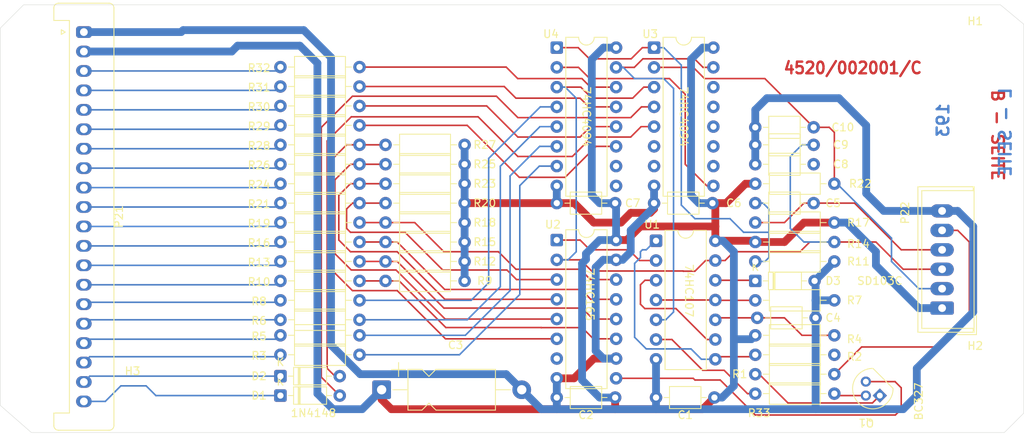
<source format=kicad_pcb>
(kicad_pcb (version 20241229) (generator "pcbnew") (generator_version "9.0")
  (layers (0 "F.Cu" signal) (2 "B.Cu" signal) (13 "F.Paste" user) (15 "B.Paste" user) (5 "F.SilkS" user "F.Silkscreen") (7 "B.SilkS" user "B.Silkscreen") (1 "F.Mask" user) (3 "B.Mask" user) (25 "Edge.Cuts" user))
  (net 0 "")
  (net 1 "GND")
  (net 2 "+5V")
  (net 4 "/cTS4")
  (net 5 "/cTS2")
  (net 6 "SVA3")
  (net 7 "SVA1")
  (net 8 "/cTS0")
  (net 9 "S0")
  (net 10 "/cTS3")
  (net 11 "SVA0")
  (net 12 "/cTS5")
  (net 13 "S1")
  (net 14 "/cTS7")
  (net 15 "SVA2")
  (net 16 "/cTS6")
  (net 17 "TZ6")
  (net 18 "S3")
  (net 19 "S2")
  (net 20 "/cTS1")
  (net 21 "TZ7")
  (net 32 "Net-(U4-QP3)")
  (net 33 "Net-(U4-QP2)")
  (net 34 "Net-(U4-QP1)")
  (net 35 "Net-(U4-QP0)")
  (net 36 "DataST")
  (net 37 "Net-(U1A-Q)")
  (net 38 "Net-(U1A-K)")
  (net 39 "EnST")
  (net 40 "nTaktST")
  (net 41 "OutST")
  (net 42 "Net-(U3-QS1)")
  (net 43 "Net-(U1B-~{Q})")
  (net 44 "Net-(U1A-~{Q})")
  (net 45 "Net-(U1B-Q)")
  (net 46 "Net-(U4-QP7)")
  (net 47 "Net-(U4-QP6)")
  (net 48 "Net-(U4-QP5)")
  (net 49 "Net-(U4-QP4)")
  (net 50 "Net-(U1B-~{R})")
  (net 51 "Net-(U2-D0)")
  (net 52 "Net-(U2-D1)")
  (net 53 "Net-(U2-D2)")
  (net 54 "Net-(U2-D3)")
  (net 55 "Net-(U2-D4)")
  (net 56 "Net-(U2-D5)")
  (net 57 "Net-(U2-D6)")
  (net 58 "Net-(U2-D7)")
  (net 59 "Net-(D1-A)")
  (net 60 "Net-(D2-A)")
  (net 61 "Net-(Q1-E)")
  (net 62 "Net-(Q1-B)")
  (net 63 "Net-(Q1-C)")
  (net 64 "Net-(U1A-J)")
  (net 65 "Net-(D3-K)")
  (footprint "Capacitor_THT:C_Axial_L3.8mm_D2.6mm_P7.50mm_Horizontal" (layer "F.Cu") (at 184.5 84)
    (property "Reference" "C9")
    (property "Value" "100nF")
  )
  (footprint "Resistor_THT:R_Axial_DIN0207_L6.3mm_D2.5mm_P10.16mm_Horizontal" (layer "F.Cu") (at 123.5 106.5)
    (property "Reference" "R6")
    (property "Value" "1k")
  )
  (footprint "Package_TO_SOT_THT:TO-92" (layer "F.Cu") (at 200.5 116.25 135)
    (property "Reference" "Q1")
    (property "Value" "BC327")
  )
  (footprint "Package_DIP:DIP-16_W7.62mm" (layer "F.Cu") (at 171.5 71.5)
    (property "Reference" "U3")
    (property "Value" "74HC4094")
  )
  (footprint "Resistor_THT:R_Axial_DIN0207_L6.3mm_D2.5mm_P10.16mm_Horizontal" (layer "F.Cu") (at 123.5 84)
    (property "Reference" "R28")
    (property "Value" "1k")
  )
  (footprint "Resistor_THT:R_Axial_DIN0207_L6.3mm_D2.5mm_P10.16mm_Horizontal" (layer "F.Cu") (at 123.5 99)
    (property "Reference" "R13")
    (property "Value" "1k")
  )
  (footprint "Resistor_THT:R_Axial_DIN0207_L6.3mm_D2.5mm_P10.16mm_Horizontal" (layer "F.Cu") (at 184.5 116)
    (property "Reference" "R33")
    (property "Value" "1k")
  )
  (footprint "Capacitor_THT:C_Axial_L3.8mm_D2.6mm_P7.50mm_Horizontal" (layer "F.Cu") (at 184.5 91.5)
    (property "Reference" "C5")
    (property "Value" "100nF")
  )
  (footprint "Resistor_THT:R_Axial_DIN0207_L6.3mm_D2.5mm_P10.16mm_Horizontal" (layer "F.Cu") (at 184.5 104)
    (property "Reference" "R7")
    (property "Value" "1k")
  )
  (footprint "Resistor_THT:R_Axial_DIN0207_L6.3mm_D2.5mm_P10.16mm_Horizontal" (layer "F.Cu") (at 137 84)
    (property "Reference" "R27")
    (property "Value" "100k")
  )
  (footprint "Resistor_THT:R_Axial_DIN0207_L6.3mm_D2.5mm_P10.16mm_Horizontal" (layer "F.Cu") (at 123.5 89)
    (property "Reference" "R24")
    (property "Value" "1k")
  )
  (footprint "Resistor_THT:R_Axial_DIN0207_L6.3mm_D2.5mm_P10.16mm_Horizontal" (layer "F.Cu") (at 184.5 94)
    (property "Reference" "R17")
    (property "Value" "470")
  )
  (footprint "Capacitor_THT:CP_Axial_L11.0mm_D5.0mm_P18.00mm_Horizontal" (layer "F.Cu") (at 136.5 115.5)
    (property "Reference" "C3")
    (property "Value" "4.7uF 63V")
  )
  (footprint "Capacitor_THT:C_Axial_L3.8mm_D2.6mm_P7.50mm_Horizontal" (layer "F.Cu") (at 159 91.5)
    (property "Reference" "C7")
    (property "Value" "100nF")
  )
  (footprint "Resistor_THT:R_Axial_DIN0207_L6.3mm_D2.5mm_P10.16mm_Horizontal" (layer "F.Cu") (at 123.5 86.5)
    (property "Reference" "R26")
    (property "Value" "1k")
  )
  (footprint "Resistor_THT:R_Axial_DIN0207_L6.3mm_D2.5mm_P10.16mm_Horizontal" (layer "F.Cu") (at 123.5 74)
    (property "Reference" "R32")
    (property "Value" "1k")
  )
  (footprint "Resistor_THT:R_Axial_DIN0207_L6.3mm_D2.5mm_P10.16mm_Horizontal" (layer "F.Cu") (at 184.5 111)
    (property "Reference" "R2")
    (property "Value" "1k")
  )
  (footprint "Resistor_THT:R_Axial_DIN0207_L6.3mm_D2.5mm_P10.16mm_Horizontal" (layer "F.Cu") (at 123.5 96.5)
    (property "Reference" "R16")
    (property "Value" "1k")
  )
  (footprint "Resistor_THT:R_Axial_DIN0207_L6.3mm_D2.5mm_P10.16mm_Horizontal" (layer "F.Cu") (at 123.5 81.5)
    (property "Reference" "R29")
    (property "Value" "1k")
  )
  (footprint "Connector_Lumberg:Lumberg_MSF_B6B-MSF-A_1x06_P2.50mm_Vertical" (layer "F.Cu") (at 208.5 105 90)
    (property "Reference" "P22")
    (property "Value" "Service-Tast.")
  )
  (footprint "Package_DIP:DIP-16_W7.62mm" (layer "F.Cu") (at 159 96.25)
    (property "Reference" "U2")
    (property "Value" "74HC165")
  )
  (footprint "Resistor_THT:R_Axial_DIN0207_L6.3mm_D2.5mm_P10.16mm_Horizontal" (layer "F.Cu") (at 137 99)
    (property "Reference" "R12")
    (property "Value" "100k")
  )
  (footprint "Resistor_THT:R_Axial_DIN0207_L6.3mm_D2.5mm_P10.16mm_Horizontal" (layer "F.Cu") (at 123.5 76.5)
    (property "Reference" "R31")
    (property "Value" "1k")
  )
  (footprint "Capacitor_THT:C_Axial_L3.8mm_D2.6mm_P7.50mm_Horizontal" (layer "F.Cu") (at 171.5 91.5)
    (property "Reference" "C6")
    (property "Value" "100nF")
  )
  (footprint "Resistor_THT:R_Axial_DIN0207_L6.3mm_D2.5mm_P10.16mm_Horizontal" (layer "F.Cu") (at 123.5 94)
    (property "Reference" "R19")
    (property "Value" "1k")
  )
  (footprint "Resistor_THT:R_Axial_DIN0207_L6.3mm_D2.5mm_P10.16mm_Horizontal" (layer "F.Cu") (at 137 101.5)
    (property "Reference" "R9")
    (property "Value" "100k")
  )
  (footprint "Capacitor_THT:C_Axial_L3.8mm_D2.6mm_P7.50mm_Horizontal" (layer "F.Cu") (at 171.75 116.5)
    (property "Reference" "C1")
    (property "Value" "100nF")
  )
  (footprint "Capacitor_THT:C_Axial_L3.8mm_D2.6mm_P7.50mm_Horizontal" (layer "F.Cu") (at 184.5 81.75)
    (property "Reference" "C10")
    (property "Value" "100nF")
  )
  (footprint "Diode_THT:D_DO-35_SOD27_P7.62mm_Horizontal" (layer "F.Cu") (at 123.5 116.25)
    (property "Reference" "D1")
    (property "Value" "1N4148")
  )
  (footprint "Resistor_THT:R_Axial_DIN0207_L6.3mm_D2.5mm_P10.16mm_Horizontal" (layer "F.Cu") (at 184.5 108.5)
    (property "Reference" "R4")
    (property "Value" "1k")
  )
  (footprint "Connector_Stocko:Stocko_MKS_1670-6-0-2020_1x20_P2.50mm_Vertical" (layer "F.Cu") (at 98.25 69.5 -90)
    (property "Reference" "P21")
    (property "Value" "Conn_01x20_Male")
  )
  (footprint "Resistor_THT:R_Axial_DIN0207_L6.3mm_D2.5mm_P10.16mm_Horizontal" (layer "F.Cu") (at 184.5 113.5)
    (property "Reference" "R1")
    (property "Value" "47")
  )
  (footprint "Resistor_THT:R_Axial_DIN0207_L6.3mm_D2.5mm_P10.16mm_Horizontal" (layer "F.Cu") (at 184.5 99)
    (property "Reference" "R11")
    (property "Value" "1k")
  )
  (footprint "Capacitor_THT:C_Axial_L3.8mm_D2.6mm_P7.50mm_Horizontal" (layer "F.Cu") (at 184.5 86.5)
    (property "Reference" "C8")
    (property "Value" "100nF")
  )
  (footprint "Resistor_THT:R_Axial_DIN0207_L6.3mm_D2.5mm_P10.16mm_Horizontal" (layer "F.Cu") (at 123.5 104)
    (property "Reference" "R8")
    (property "Value" "1k")
  )
  (footprint "Capacitor_THT:C_Axial_L3.8mm_D2.6mm_P7.50mm_Horizontal" (layer "F.Cu") (at 159 116.5)
    (property "Reference" "C2")
    (property "Value" "100nF")
  )
  (footprint "Package_DIP:DIP-14_W7.62mm" (layer "F.Cu") (at 171.75 96.34)
    (property "Reference" "U1")
    (property "Value" "74HC107")
  )
  (footprint "MountingHole:MountingHole_3.2mm_M3" (layer "F.Cu") (at 104.5 117.25)
    (property "Reference" "H3")
    (property "Value" "MountingHole")
  )
  (footprint "Resistor_THT:R_Axial_DIN0207_L6.3mm_D2.5mm_P10.16mm_Horizontal" (layer "F.Cu") (at 137 89)
    (property "Reference" "R23")
    (property "Value" "100k")
  )
  (footprint "Resistor_THT:R_Axial_DIN0207_L6.3mm_D2.5mm_P10.16mm_Horizontal" (layer "F.Cu") (at 137 94)
    (property "Reference" "R18")
    (property "Value" "100k")
  )
  (footprint "Resistor_THT:R_Axial_DIN0207_L6.3mm_D2.5mm_P10.16mm_Horizontal" (layer "F.Cu") (at 137 86.5)
    (property "Reference" "R25")
    (property "Value" "100k")
  )
  (footprint "Resistor_THT:R_Axial_DIN0207_L6.3mm_D2.5mm_P10.16mm_Horizontal" (layer "F.Cu") (at 123.5 101.5)
    (property "Reference" "R10")
    (property "Value" "1k")
  )
  (footprint "Diode_THT:D_DO-35_SOD27_P7.62mm_Horizontal" (layer "F.Cu") (at 123.5 113.75)
    (property "Reference" "D2")
    (property "Value" "1N4148")
  )
  (footprint "Capacitor_THT:C_Axial_L3.8mm_D2.6mm_P7.50mm_Horizontal" (layer "F.Cu") (at 192.25 106.25 180)
    (property "Reference" "C4")
    (property "Value" "100nF")
  )
  (footprint "MountingHole:MountingHole_3.2mm_M3" (layer "F.Cu") (at 212.75 72.25)
    (property "Reference" "H1")
    (property "Value" "MountingHole")
  )
  (footprint "Resistor_THT:R_Axial_DIN0207_L6.3mm_D2.5mm_P10.16mm_Horizontal" (layer "F.Cu") (at 123.5 111)
    (property "Reference" "R3")
    (property "Value" "1k")
  )
  (footprint "Diode_THT:D_DO-35_SOD27_P7.62mm_Horizontal" (layer "F.Cu") (at 184.5 101.5)
    (property "Reference" "D3")
    (property "Value" "SD103C")
  )
  (footprint "Package_DIP:DIP-16_W7.62mm" (layer "F.Cu") (at 159 71.5)
    (property "Reference" "U4")
    (property "Value" "74HC4094")
  )
  (footprint "Resistor_THT:R_Axial_DIN0207_L6.3mm_D2.5mm_P10.16mm_Horizontal" (layer "F.Cu") (at 123.5 91.5)
    (property "Reference" "R21")
    (property "Value" "1k")
  )
  (footprint "Resistor_THT:R_Axial_DIN0207_L6.3mm_D2.5mm_P10.16mm_Horizontal" (layer "F.Cu") (at 184.5 96.5)
    (property "Reference" "R14")
    (property "Value" "470")
  )
  (footprint "Resistor_THT:R_Axial_DIN0207_L6.3mm_D2.5mm_P10.16mm_Horizontal" (layer "F.Cu") (at 137 91.5)
    (property "Reference" "R20")
    (property "Value" "100k")
  )
  (footprint "Resistor_THT:R_Axial_DIN0207_L6.3mm_D2.5mm_P10.16mm_Horizontal" (layer "F.Cu") (at 123.5 79)
    (property "Reference" "R30")
    (property "Value" "1k")
  )
  (footprint "Resistor_THT:R_Axial_DIN0207_L6.3mm_D2.5mm_P10.16mm_Horizontal" (layer "F.Cu") (at 123.5 108.5)
    (property "Reference" "R5")
    (property "Value" "1k")
  )
  (footprint "Resistor_THT:R_Axial_DIN0207_L6.3mm_D2.5mm_P10.16mm_Horizontal" (layer "F.Cu") (at 184.5 89)
    (property "Reference" "R22")
    (property "Value" "470")
  )
  (footprint "Resistor_THT:R_Axial_DIN0207_L6.3mm_D2.5mm_P10.16mm_Horizontal" (layer "F.Cu") (at 137 96.5)
    (property "Reference" "R15")
    (property "Value" "100k")
  )
  (footprint "MountingHole:MountingHole_3.2mm_M3" (layer "F.Cu") (at 212.75 114)
    (property "Reference" "H2")
    (property "Value" "MountingHole")
  )
  (gr_poly (pts (xy 90.5 66) (xy 216 66) (xy 219 68.5) (xy 219 118.5) (xy 216.5 121) (xy 91.5 121) (xy 87.5 117.5) (xy 87.5 69)) (stroke (width 0.05)) (fill no) (layer "Edge.Cuts"))
  (gr_text "4520/002001/C" (at 188 75 0) (layer "F.Cu") (effects (font (size 1.5 1.4) (thickness 0.3) (bold yes)) (justify left bottom)))
  (gr_text "B - SEITE" (at 214.75 76.75 270) (layer "F.Cu") (effects (font (size 1.5 1.5) (thickness 0.3) (bold yes)) (justify left bottom)))
  (gr_text "L - SEITE" (at 217.5 76.5 90) (layer "B.Cu") (effects (font (size 1.5 1.5) (thickness 0.3) (bold yes)) (justify left bottom mirror)))
  (gr_text "193" (at 209.5 78.5 90) (layer "B.Cu") (effects (font (size 1.5 1.5) (thickness 0.3) (bold yes)) (justify left bottom mirror)))
  (segment (start 159 114.03) (end 161.22 114.03) (width 1) (layer "F.Cu") (net 1))
  (segment (start 161.22 114.03) (end 163.76 111.49) (width 1) (layer "F.Cu") (net 1))
  (segment (start 161.25 91.5) (end 163.75 94) (width 1) (layer "F.Cu") (net 1))
  (segment (start 163.76 111.49) (end 166.62 111.49) (width 1) (layer "F.Cu") (net 1))
  (segment (start 147.16 91.5) (end 159 91.5) (width 1) (layer "F.Cu") (net 1))
  (segment (start 167.25 94) (end 168.5 92.75) (width 1) (layer "F.Cu") (net 1))
  (segment (start 171 92.75) (end 171.5 92.25) (width 1) (layer "F.Cu") (net 1))
  (segment (start 159 91.5) (end 161.25 91.5) (width 1) (layer "F.Cu") (net 1))
  (segment (start 171.5 92.25) (end 171.5 91.5) (width 1) (layer "F.Cu") (net 1))
  (segment (start 168.5 92.75) (end 171 92.75) (width 1) (layer "F.Cu") (net 1))
  (segment (start 163.75 94) (end 167.25 94) (width 1) (layer "F.Cu") (net 1))
  (segment (start 154.5 115.5) (end 152.5 113.5) (width 1) (layer "B.Cu") (net 1))
  (segment (start 194.66 104) (end 192.25 104) (width 1) (layer "B.Cu") (net 1))
  (segment (start 159 91.5) (end 159 89.28) (width 1) (layer "B.Cu") (net 1))
  (segment (start 152.5 113.5) (end 133.75 113.5) (width 1) (layer "B.Cu") (net 1))
  (segment (start 147.16 101.5) (end 147.16 84) (width 1) (layer "B.Cu") (net 1))
  (segment (start 192.25 101.41) (end 194.66 99) (width 1) (layer "B.Cu") (net 1))
  (segment (start 168.5 97.75) (end 168.5 95) (width 1) (layer "B.Cu") (net 1))
  (segment (start 130 109.75) (end 130 72.75) (width 1) (layer "B.Cu") (net 1))
  (segment (start 198.75 90.25) (end 201 92.5) (width 1) (layer "B.Cu") (net 1))
  (segment (start 164 110.5) (end 164 99.75) (width 1) (layer "B.Cu") (net 1))
  (segment (start 212.5 105.5) (end 212.5 94.5) (width 1) (layer "B.Cu") (net 1))
  (segment (start 186 78) (end 195.25 78) (width 1) (layer "B.Cu") (net 1))
  (segment (start 133.75 113.5) (end 130 109.75) (width 1) (layer "B.Cu") (net 1))
  (segment (start 205.25 116.25) (end 205.25 112.75) (width 1) (layer "B.Cu") (net 1))
  (segment (start 126.5 69.25) (end 111 69.25) (width 1) (layer "B.Cu") (net 1))
  (segment (start 184.5 86.5) (end 184.5 79.5) (width 1) (layer "B.Cu") (net 1))
  (segment (start 201 92.5) (end 208.5 92.5) (width 1) (layer "B.Cu") (net 1))
  (segment (start 198.75 81.5) (end 198.75 90.25) (width 1) (layer "B.Cu") (net 1))
  (segment (start 192.25 118) (end 203.5 118) (width 1) (layer "B.Cu") (net 1))
  (segment (start 166.62 98.79) (end 167.46 98.79) (width 1) (layer "B.Cu") (net 1))
  (segment (start 210.5 92.5) (end 208.5 92.5) (width 1) (layer "B.Cu") (net 1))
  (segment (start 166.62 111.49) (end 164.99 111.49) (width 1) (layer "B.Cu") (net 1))
  (segment (start 164.99 111.49) (end 164 110.5) (width 1) (layer "B.Cu") (net 1))
  (segment (start 154.5 115.5) (end 157 118) (width 1) (layer "B.Cu") (net 1))
  (segment (start 212.5 94.5) (end 210.5 92.5) (width 1) (layer "B.Cu") (net 1))
  (segment (start 171.5 92) (end 171.5 89.28) (width 1) (layer "B.Cu") (net 1))
  (segment (start 159 118) (end 171.75 118) (width 1) (layer "B.Cu") (net 1))
  (segment (start 171.75 118) (end 171.75 111.58) (width 1) (layer "B.Cu") (net 1))
  (segment (start 184.5 79.5) (end 186 78) (width 1) (layer "B.Cu") (net 1))
  (segment (start 157 118) (end 159 118) (width 1) (layer "B.Cu") (net 1))
  (segment (start 203.5 118) (end 205.25 116.25) (width 1) (layer "B.Cu") (net 1))
  (segment (start 205.25 112.75) (end 212.5 105.5) (width 1) (layer "B.Cu") (net 1))
  (segment (start 164.96 98.79) (end 166.62 98.79) (width 1) (layer "B.Cu") (net 1))
  (segment (start 167.46 98.79) (end 168.5 97.75) (width 1) (layer "B.Cu") (net 1))
  (segment (start 195.25 78) (end 198.75 81.5) (width 1) (layer "B.Cu") (net 1))
  (segment (start 111 69.25) (end 110.75 69.5) (width 1) (layer "B.Cu") (net 1))
  (segment (start 192.25 118) (end 192.25 104) (width 1) (layer "B.Cu") (net 1))
  (segment (start 164 99.75) (end 164.96 98.79) (width 1) (layer "B.Cu") (net 1))
  (segment (start 159 118) (end 159 114.03) (width 1) (layer "B.Cu") (net 1))
  (segment (start 192.25 104) (end 192.25 101.41) (width 1) (layer "B.Cu") (net 1))
  (segment (start 130 72.75) (end 126.5 69.25) (width 1) (layer "B.Cu") (net 1))
  (segment (start 168.5 95) (end 171.5 92) (width 1) (layer "B.Cu") (net 1))
  (segment (start 171.75 118) (end 192.25 118) (width 1) (layer "B.Cu") (net 1))
  (segment (start 110.75 69.5) (end 98.25 69.5) (width 1) (layer "B.Cu") (net 1))
  (segment (start 166.62 96.25) (end 168 96.25) (width 1) (layer "F.Cu") (net 2))
  (segment (start 179.37 96.34) (end 184.34 96.34) (width 1) (layer "F.Cu") (net 2))
  (segment (start 137.751 118.001) (end 166.5 118.001) (width 1) (layer "F.Cu") (net 2))
  (segment (start 194.66 94) (end 190.75 94) (width 1) (layer "F.Cu") (net 2))
  (segment (start 136.5 116.75) (end 137.751 118.001) (width 1) (layer "F.Cu") (net 2))
  (segment (start 190.75 94) (end 188.25 96.5) (width 1) (layer "F.Cu") (net 2))
  (segment (start 166.5 118.001) (end 177.749 118.001) (width 1) (layer "F.Cu") (net 2))
  (segment (start 184.34 96.34) (end 184.5 96.5) (width 1) (layer "F.Cu") (net 2))
  (segment (start 180.75 91.5) (end 179 91.5) (width 1) (layer "F.Cu") (net 2))
  (segment (start 179.37 94.5) (end 179.37 91.87) (width 1) (layer "F.Cu") (net 2))
  (segment (start 184.5 89) (end 183.25 89) (width 1) (layer "F.Cu") (net 2))
  (segment (start 136.5 115.5) (end 136.5 116.75) (width 1) (layer "F.Cu") (net 2))
  (segment (start 169.75 94.5) (end 179.37 94.5) (width 1) (layer "F.Cu") (net 2))
  (segment (start 166.5 118.001) (end 166.5 116.5) (width 1) (layer "F.Cu") (net 2))
  (segment (start 188.25 96.5) (end 184.5 96.5) (width 1) (layer "F.Cu") (net 2))
  (segment (start 177.749 118.001) (end 179.25 116.5) (width 1) (layer "F.Cu") (net 2))
  (segment (start 183.25 89) (end 180.75 91.5) (width 1) (layer "F.Cu") (net 2))
  (segment (start 179.37 96.34) (end 179.37 94.5) (width 1) (layer "F.Cu") (net 2))
  (segment (start 179.37 91.87) (end 179 91.5) (width 1) (layer "F.Cu") (net 2))
  (segment (start 168 96.25) (end 169.75 94.5) (width 1) (layer "F.Cu") (net 2))
  (segment (start 134 118) (end 130.25 118) (width 1) (layer "B.Cu") (net 2))
  (segment (start 181.75 109) (end 184 109) (width 1) (layer "B.Cu") (net 2))
  (segment (start 177.25 91.5) (end 176.25 90.5) (width 1) (layer "B.Cu") (net 2))
  (segment (start 180.34 96.34) (end 179.37 96.34) (width 1) (layer "B.Cu") (net 2))
  (segment (start 166.62 96.25) (end 166.62 91.62) (width 1) (layer "B.Cu") (net 2))
  (segment (start 200 97.75) (end 196.25 94) (width 1) (layer "B.Cu") (net 2))
  (segment (start 130.25 118) (end 128.25 116) (width 1) (layer "B.Cu") (net 2))
  (segment (start 164.5 96.25) (end 166.62 96.25) (width 1) (layer "B.Cu") (net 2))
  (segment (start 118 71.25) (end 117.25 72) (width 1) (layer "B.Cu") (net 2))
  (segment (start 166.62 91.62) (end 166.5 91.5) (width 1) (layer "B.Cu") (net 2))
  (segment (start 196.25 94) (end 194.66 94) (width 1) (layer "B.Cu") (net 2))
  (segment (start 117.25 72) (end 98.25 72) (width 1) (layer "B.Cu") (net 2))
  (segment (start 164.5 91.5) (end 163.5 90.5) (width 1) (layer "B.Cu") (net 2))
  (segment (start 164.5 116.5) (end 162.25 114.25) (width 1) (layer "B.Cu") (net 2))
  (segment (start 166.5 116.5) (end 164.5 116.5) (width 1) (layer "B.Cu") (net 2))
  (segment (start 163.5 90.5) (end 163.5 73) (width 1) (layer "B.Cu") (net 2))
  (segment (start 136.5 115.5) (end 134 118) (width 1) (layer "B.Cu") (net 2))
  (segment (start 208.5 105) (end 205.5 105) (width 1) (layer "B.Cu") (net 2))
  (segment (start 166.5 91.5) (end 164.5 91.5) (width 1) (layer "B.Cu") (net 2))
  (segment (start 177.75 71.5) (end 179.12 71.5) (width 1) (layer "B.Cu") (net 2))
  (segment (start 162.25 114.25) (end 162.25 99.25) (width 1) (layer "B.Cu") (net 2))
  (segment (start 180.25 116.5) (end 181.75 115) (width 1) (layer "B.Cu") (net 2))
  (segment (start 126 71.25) (end 118 71.25) (width 1) (layer "B.Cu") (net 2))
  (segment (start 176.25 90.5) (end 176.25 73) (width 1) (layer "B.Cu") (net 2))
  (segment (start 181.75 115) (end 181.75 109) (width 1) (layer "B.Cu") (net 2))
  (segment (start 179.25 116.5) (end 180.25 116.5) (width 1) (layer "B.Cu") (net 2))
  (segment (start 179 91.5) (end 177.25 91.5) (width 1) (layer "B.Cu") (net 2))
  (segment (start 163.5 73) (end 165 71.5) (width 1) (layer "B.Cu") (net 2))
  (segment (start 184 109) (end 184.5 108.5) (width 1) (layer "B.Cu") (net 2))
  (segment (start 181.75 109) (end 181.75 97.75) (width 1) (layer "B.Cu") (net 2))
  (segment (start 176.25 73) (end 177.75 71.5) (width 1) (layer "B.Cu") (net 2))
  (segment (start 162.75 98.75) (end 162.75 98) (width 1) (layer "B.Cu") (net 2))
  (segment (start 162.75 98) (end 164.5 96.25) (width 1) (layer "B.Cu") (net 2))
  (segment (start 128.25 116) (end 128.25 73.5) (width 1) (layer "B.Cu") (net 2))
  (segment (start 165 71.5) (end 166.62 71.5) (width 1) (layer "B.Cu") (net 2))
  (segment (start 181.75 97.75) (end 180.34 96.34) (width 1) (layer "B.Cu") (net 2))
  (segment (start 200 99.5) (end 200 97.75) (width 1) (layer "B.Cu") (net 2))
  (segment (start 205.5 105) (end 200 99.5) (width 1) (layer "B.Cu") (net 2))
  (segment (start 128.25 73.5) (end 126 71.25) (width 1) (layer "B.Cu") (net 2))
  (segment (start 162.25 99.25) (end 162.75 98.75) (width 1) (layer "B.Cu") (net 2))
  (segment (start 98.25 94.5) (end 123 94.5) (width 0.2) (layer "B.Cu") (net 4))
  (segment (start 123 94.5) (end 123.5 94) (width 0.2) (layer "B.Cu") (net 4))
  (segment (start 98.25 89.5) (end 123 89.5) (width 0.2) (layer "B.Cu") (net 5))
  (segment (start 123 89.5) (end 123.5 89) (width 0.2) (layer "B.Cu") (net 5))
  (segment (start 98.25 112) (end 99 111.25) (width 0.2) (layer "B.Cu") (net 6))
  (segment (start 99 111.25) (end 123.25 111.25) (width 0.2) (layer "B.Cu") (net 6))
  (segment (start 123.25 111.25) (end 123.5 111) (width 0.2) (layer "B.Cu") (net 6))
  (segment (start 98.25 107) (end 98.75 106.5) (width 0.2) (layer "B.Cu") (net 7))
  (segment (start 98.75 106.5) (end 123.5 106.5) (width 0.2) (layer "B.Cu") (net 7))
  (segment (start 123 84.5) (end 123.5 84) (width 0.2) (layer "B.Cu") (net 8))
  (segment (start 98.25 84.5) (end 123 84.5) (width 0.2) (layer "B.Cu") (net 8))
  (segment (start 98.25 74.5) (end 123 74.5) (width 0.2) (layer "B.Cu") (net 9))
  (segment (start 123 74.5) (end 123.5 74) (width 0.2) (layer "B.Cu") (net 9))
  (segment (start 98.25 92) (end 123 92) (width 0.2) (layer "B.Cu") (net 10))
  (segment (start 123 92) (end 123.5 91.5) (width 0.2) (layer "B.Cu") (net 10))
  (segment (start 98.5 104.25) (end 123.25 104.25) (width 0.2) (layer "B.Cu") (net 11))
  (segment (start 98.25 104.5) (end 98.5 104.25) (width 0.2) (layer "B.Cu") (net 11))
  (segment (start 123.25 104.25) (end 123.5 104) (width 0.2) (layer "B.Cu") (net 11))
  (segment (start 98.25 97) (end 123 97) (width 0.2) (layer "B.Cu") (net 12))
  (segment (start 123 97) (end 123.5 96.5) (width 0.2) (layer "B.Cu") (net 12))
  (segment (start 123 77) (end 123.5 76.5) (width 0.2) (layer "B.Cu") (net 13))
  (segment (start 98.25 77) (end 123 77) (width 0.2) (layer "B.Cu") (net 13))
  (segment (start 123 102) (end 123.5 101.5) (width 0.2) (layer "B.Cu") (net 14))
  (segment (start 98.25 102) (end 123 102) (width 0.2) (layer "B.Cu") (net 14))
  (segment (start 98.25 109.5) (end 98.75 109) (width 0.2) (layer "B.Cu") (net 15))
  (segment (start 98.75 109) (end 123 109) (width 0.2) (layer "B.Cu") (net 15))
  (segment (start 123 109) (end 123.5 108.5) (width 0.2) (layer "B.Cu") (net 15))
  (segment (start 98.25 99.5) (end 123 99.5) (width 0.2) (layer "B.Cu") (net 16))
  (segment (start 123 99.5) (end 123.5 99) (width 0.2) (layer "B.Cu") (net 16))
  (segment (start 98.25 114.5) (end 99 113.75) (width 0.2) (layer "B.Cu") (net 17))
  (segment (start 99 113.75) (end 123.5 113.75) (width 0.2) (layer "B.Cu") (net 17))
  (segment (start 98.25 82) (end 123 82) (width 0.2) (layer "B.Cu") (net 18))
  (segment (start 123 82) (end 123.5 81.5) (width 0.2) (layer "B.Cu") (net 18))
  (segment (start 123 79.5) (end 123.5 79) (width 0.2) (layer "B.Cu") (net 19))
  (segment (start 98.25 79.5) (end 123 79.5) (width 0.2) (layer "B.Cu") (net 19))
  (segment (start 123 87) (end 123.5 86.5) (width 0.2) (layer "B.Cu") (net 20))
  (segment (start 98.25 87) (end 123 87) (width 0.2) (layer "B.Cu") (net 20))
  (segment (start 106.25 115) (end 107.5 116.25) (width 0.2) (layer "B.Cu") (net 21))
  (segment (start 107.5 116.25) (end 123.5 116.25) (width 0.2) (layer "B.Cu") (net 21))
  (segment (start 101 117) (end 103 115) (width 0.2) (layer "B.Cu") (net 21))
  (segment (start 103 115) (end 106.25 115) (width 0.2) (layer "B.Cu") (net 21))
  (segment (start 98.25 117) (end 101 117) (width 0.2) (layer "B.Cu") (net 21))
  (segment (start 154.25 89.25) (end 156.76 86.74) (width 0.2) (layer "B.Cu") (net 32))
  (segment (start 133.66 111) (end 146.5 111) (width 0.2) (layer "B.Cu") (net 32))
  (segment (start 156.76 86.74) (end 159 86.74) (width 0.2) (layer "B.Cu") (net 32))
  (segment (start 146.5 111) (end 154.25 103.25) (width 0.2) (layer "B.Cu") (net 32))
  (segment (start 154.25 103.25) (end 154.25 89.25) (width 0.2) (layer "B.Cu") (net 32))
  (segment (start 147.25 108.5) (end 153 102.75) (width 0.2) (layer "B.Cu") (net 33))
  (segment (start 153 88) (end 156.8 84.2) (width 0.2) (layer "B.Cu") (net 33))
  (segment (start 156.8 84.2) (end 159 84.2) (width 0.2) (layer "B.Cu") (net 33))
  (segment (start 153 102.75) (end 153 88) (width 0.2) (layer "B.Cu") (net 33))
  (segment (start 133.66 108.5) (end 147.25 108.5) (width 0.2) (layer "B.Cu") (net 33))
  (segment (start 151.75 86.75) (end 156.84 81.66) (width 0.2) (layer "B.Cu") (net 34))
  (segment (start 151.75 102.25) (end 151.75 86.75) (width 0.2) (layer "B.Cu") (net 34))
  (segment (start 133.66 106.5) (end 147.5 106.5) (width 0.2) (layer "B.Cu") (net 34))
  (segment (start 156.84 81.66) (end 159 81.66) (width 0.2) (layer "B.Cu") (net 34))
  (segment (start 147.5 106.5) (end 151.75 102.25) (width 0.2) (layer "B.Cu") (net 34))
  (segment (start 148 104) (end 150.25 101.75) (width 0.2) (layer "B.Cu") (net 35))
  (segment (start 133.66 104) (end 148 104) (width 0.2) (layer "B.Cu") (net 35))
  (segment (start 150.25 85.75) (end 156.88 79.12) (width 0.2) (layer "B.Cu") (net 35))
  (segment (start 150.25 101.75) (end 150.25 85.75) (width 0.2) (layer "B.Cu") (net 35))
  (segment (start 156.88 79.12) (end 159 79.12) (width 0.2) (layer "B.Cu") (net 35))
  (segment (start 177.979 75.479) (end 185.729 75.479) (width 0.2) (layer "F.Cu") (net 36))
  (segment (start 194 81.75) (end 194.66 82.41) (width 0.2) (layer "F.Cu") (net 36))
  (segment (start 192 81.75) (end 194 81.75) (width 0.2) (layer "F.Cu") (net 36))
  (segment (start 185.729 75.479) (end 192 81.75) (width 0.2) (layer "F.Cu") (net 36))
  (segment (start 171.5 74.04) (end 176.54 74.04) (width 0.2) (layer "F.Cu") (net 36))
  (segment (start 194.66 82.41) (end 194.66 89) (width 0.2) (layer "F.Cu") (net 36))
  (segment (start 176.54 74.04) (end 177.979 75.479) (width 0.2) (layer "F.Cu") (net 36))
  (segment (start 195 89) (end 194.66 89) (width 0.2) (layer "B.Cu") (net 36))
  (segment (start 202 99) (end 202 96) (width 0.2) (layer "B.Cu") (net 36))
  (segment (start 205.5 102.5) (end 202 99) (width 0.2) (layer "B.Cu") (net 36))
  (segment (start 208.5 102.5) (end 205.5 102.5) (width 0.2) (layer "B.Cu") (net 36))
  (segment (start 202 96) (end 195 89) (width 0.2) (layer "B.Cu") (net 36))
  (segment (start 170.311 105.061) (end 174.311 105.061) (width 0.2) (layer "F.Cu") (net 37))
  (segment (start 174.311 105.061) (end 178.29 109.04) (width 0.2) (layer "F.Cu") (net 37))
  (segment (start 171.75 101.42) (end 170.33 101.42) (width 0.2) (layer "F.Cu") (net 37))
  (segment (start 169.75 104.5) (end 170.311 105.061) (width 0.2) (layer "F.Cu") (net 37))
  (segment (start 169.75 102) (end 169.75 104.5) (width 0.2) (layer "F.Cu") (net 37))
  (segment (start 178.29 109.04) (end 179.37 109.04) (width 0.2) (layer "F.Cu") (net 37))
  (segment (start 170.33 101.42) (end 169.75 102) (width 0.2) (layer "F.Cu") (net 37))
  (segment (start 179.41 104) (end 179.37 103.96) (width 0.2) (layer "F.Cu") (net 38))
  (segment (start 171.75 103.96) (end 179.37 103.96) (width 0.2) (layer "F.Cu") (net 38))
  (segment (start 184.5 104) (end 179.41 104) (width 0.2) (layer "F.Cu") (net 38))
  (segment (start 188.25 94) (end 190.75 91.5) (width 0.2) (layer "F.Cu") (net 39))
  (segment (start 197.25 91.5) (end 192 91.5) (width 0.2) (layer "F.Cu") (net 39))
  (segment (start 184.5 94) (end 188.25 94) (width 0.2) (layer "F.Cu") (net 39))
  (segment (start 190.75 91.5) (end 192 91.5) (width 0.2) (layer "F.Cu") (net 39))
  (segment (start 208.5 97.5) (end 203.25 97.5) (width 0.2) (layer "F.Cu") (net 39))
  (segment (start 203.25 97.5) (end 197.25 91.5) (width 0.2) (layer "F.Cu") (net 39))
  (segment (start 190.25 97.75) (end 191.5 96.5) (width 0.2) (layer "F.Cu") (net 40))
  (segment (start 162.08 76.58) (end 163.5 78) (width 0.2) (layer "F.Cu") (net 40))
  (segment (start 181.75 97.75) (end 190.25 97.75) (width 0.2) (layer "F.Cu") (net 40))
  (segment (start 162.04 98.79) (end 159 98.79) (width 0.2) (layer "F.Cu") (net 40))
  (segment (start 179.37 98.88) (end 178.12 98.88) (width 0.2) (layer "F.Cu") (net 40))
  (segment (start 178.12 98.88) (end 176.75 100.25) (width 0.2) (layer "F.Cu") (net 40))
  (segment (start 168.75 78) (end 170.17 76.58) (width 0.2) (layer "F.Cu") (net 40))
  (segment (start 163.479 100.229) (end 162.04 98.79) (width 0.2) (layer "F.Cu") (net 40))
  (segment (start 203.5 100) (end 200 96.5) (width 0.2) (layer "F.Cu") (net 40))
  (segment (start 191.5 96.5) (end 194.66 96.5) (width 0.2) (layer "F.Cu") (net 40))
  (segment (start 208.5 100) (end 203.5 100) (width 0.2) (layer "F.Cu") (net 40))
  (segment (start 200 96.5) (end 194.66 96.5) (width 0.2) (layer "F.Cu") (net 40))
  (segment (start 175.229 100.229) (end 163.479 100.229) (width 0.2) (layer "F.Cu") (net 40))
  (segment (start 163.5 78) (end 168.75 78) (width 0.2) (layer "F.Cu") (net 40))
  (segment (start 175.25 100.25) (end 175.229 100.229) (width 0.2) (layer "F.Cu") (net 40))
  (segment (start 159 76.58) (end 162.08 76.58) (width 0.2) (layer "F.Cu") (net 40))
  (segment (start 176.75 100.25) (end 175.25 100.25) (width 0.2) (layer "F.Cu") (net 40))
  (segment (start 180.62 98.88) (end 181.75 97.75) (width 0.2) (layer "F.Cu") (net 40))
  (segment (start 179.37 98.88) (end 180.62 98.88) (width 0.2) (layer "F.Cu") (net 40))
  (segment (start 170.17 76.58) (end 171.5 76.58) (width 0.2) (layer "F.Cu") (net 40))
  (segment (start 189 85.5) (end 189 94.75) (width 0.2) (layer "B.Cu") (net 40))
  (segment (start 159 76.58) (end 160.08 76.58) (width 0.2) (layer "B.Cu") (net 40))
  (segment (start 190.5 84) (end 189 85.5) (width 0.2) (layer "B.Cu") (net 40))
  (segment (start 161.5 78) (end 161.5 97.75) (width 0.2) (layer "B.Cu") (net 40))
  (segment (start 189 94.75) (end 190.75 96.5) (width 0.2) (layer "B.Cu") (net 40))
  (segment (start 160.46 98.79) (end 159 98.79) (width 0.2) (layer "B.Cu") (net 40))
  (segment (start 161.5 97.75) (end 160.46 98.79) (width 0.2) (layer "B.Cu") (net 40))
  (segment (start 190.75 96.5) (end 194.66 96.5) (width 0.2) (layer "B.Cu") (net 40))
  (segment (start 160.08 76.58) (end 161.5 78) (width 0.2) (layer "B.Cu") (net 40))
  (segment (start 192 84) (end 190.5 84) (width 0.2) (layer "B.Cu") (net 40))
  (segment (start 194.66 113.5) (end 198.16 110) (width 0.2) (layer "F.Cu") (net 41))
  (segment (start 198.16 110) (end 207.75 110) (width 0.2) (layer "F.Cu") (net 41))
  (segment (start 210.5 95) (end 208.5 95) (width 0.2) (layer "F.Cu") (net 41))
  (segment (start 212 105.75) (end 212 96.5) (width 0.2) (layer "F.Cu") (net 41))
  (segment (start 212 96.5) (end 210.5 95) (width 0.2) (layer "F.Cu") (net 41))
  (segment (start 207.75 110) (end 212 105.75) (width 0.2) (layer "F.Cu") (net 41))
  (segment (start 175.5 86.5) (end 175.5 77.5) (width 0.2) (layer "F.Cu") (net 42))
  (segment (start 173.479 75.479) (end 163.229 75.479) (width 0.2) (layer "F.Cu") (net 42))
  (segment (start 179.12 89.28) (end 179.09 89.25) (width 0.2) (layer "F.Cu") (net 42))
  (segment (start 175.5 77.5) (end 173.479 75.479) (width 0.2) (layer "F.Cu") (net 42))
  (segment (start 161.79 74.04) (end 159 74.04) (width 0.2) (layer "F.Cu") (net 42))
  (segment (start 179.09 89.25) (end 178.25 89.25) (width 0.2) (layer "F.Cu") (net 42))
  (segment (start 163.229 75.479) (end 161.79 74.04) (width 0.2) (layer "F.Cu") (net 42))
  (segment (start 178.25 89.25) (end 175.5 86.5) (width 0.2) (layer "F.Cu") (net 42))
  (segment (start 173.79 109.04) (end 177.75 113) (width 0.2) (layer "F.Cu") (net 43))
  (segment (start 171.75 109.04) (end 173.79 109.04) (width 0.2) (layer "F.Cu") (net 43))
  (segment (start 183.5 116) (end 184.5 116) (width 0.2) (layer "F.Cu") (net 43))
  (segment (start 180.5 113) (end 183.5 116) (width 0.2) (layer "F.Cu") (net 43))
  (segment (start 177.75 113) (end 180.5 113) (width 0.2) (layer "F.Cu") (net 43))
  (segment (start 168.25 97.5) (end 163.25 97.5) (width 0.2) (layer "F.Cu") (net 44))
  (segment (start 162 96.25) (end 159 96.25) (width 0.2) (layer "F.Cu") (net 44))
  (segment (start 169.63 98.88) (end 168.25 97.5) (width 0.2) (layer "F.Cu") (net 44))
  (segment (start 163.25 97.5) (end 162 96.25) (width 0.2) (layer "F.Cu") (net 44))
  (segment (start 171.75 98.88) (end 169.63 98.88) (width 0.2) (layer "F.Cu") (net 44))
  (segment (start 168.96 74.04) (end 170.061 72.939) (width 0.2) (layer "F.Cu") (net 45))
  (segment (start 177.79 74.04) (end 179.12 74.04) (width 0.2) (layer "F.Cu") (net 45))
  (segment (start 170.061 72.939) (end 176.689 72.939) (width 0.2) (layer "F.Cu") (net 45))
  (segment (start 166.62 74.04) (end 168.96 74.04) (width 0.2) (layer "F.Cu") (net 45))
  (segment (start 176.689 72.939) (end 177.79 74.04) (width 0.2) (layer "F.Cu") (net 45))
  (segment (start 174 105.5) (end 173 106.5) (width 0.2) (layer "B.Cu") (net 45))
  (segment (start 174 76.75) (end 174 105.5) (width 0.2) (layer "B.Cu") (net 45))
  (segment (start 172.729 75.479) (end 174 76.75) (width 0.2) (layer "B.Cu") (net 45))
  (segment (start 168.979 75.479) (end 172.729 75.479) (width 0.2) (layer "B.Cu") (net 45))
  (segment (start 167.54 74.04) (end 168.979 75.479) (width 0.2) (layer "B.Cu") (net 45))
  (segment (start 173 106.5) (end 171.75 106.5) (width 0.2) (layer "B.Cu") (net 45))
  (segment (start 166.62 74.04) (end 167.54 74.04) (width 0.2) (layer "B.Cu") (net 45))
  (segment (start 160.071 88.179) (end 154.179 88.179) (width 0.2) (layer "F.Cu") (net 46))
  (segment (start 154.179 88.179) (end 147.5 81.5) (width 0.2) (layer "F.Cu") (net 46))
  (segment (start 147.5 81.5) (end 133.66 81.5) (width 0.2) (layer "F.Cu") (net 46))
  (segment (start 164.05 84.2) (end 160.071 88.179) (width 0.2) (layer "F.Cu") (net 46))
  (segment (start 166.62 84.2) (end 164.05 84.2) (width 0.2) (layer "F.Cu") (net 46))
  (segment (start 150 79) (end 154 83) (width 0.2) (layer "F.Cu") (net 47))
  (segment (start 162 83) (end 163.34 81.66) (width 0.2) (layer "F.Cu") (net 47))
  (segment (start 163.34 81.66) (end 166.62 81.66) (width 0.2) (layer "F.Cu") (net 47))
  (segment (start 133.66 79) (end 150 79) (width 0.2) (layer "F.Cu") (net 47))
  (segment (start 154 83) (end 162 83) (width 0.2) (layer "F.Cu") (net 47))
  (segment (start 166.62 79.12) (end 163.12 79.12) (width 0.2) (layer "F.Cu") (net 48))
  (segment (start 153.75 78) (end 152.25 76.5) (width 0.2) (layer "F.Cu") (net 48))
  (segment (start 163.12 79.12) (end 162 78) (width 0.2) (layer "F.Cu") (net 48))
  (segment (start 162 78) (end 153.75 78) (width 0.2) (layer "F.Cu") (net 48))
  (segment (start 152.25 76.5) (end 133.66 76.5) (width 0.2) (layer "F.Cu") (net 48))
  (segment (start 153.979 75.479) (end 162.229 75.479) (width 0.2) (layer "F.Cu") (net 49))
  (segment (start 163.33 76.58) (end 166.62 76.58) (width 0.2) (layer "F.Cu") (net 49))
  (segment (start 133.66 74) (end 152.5 74) (width 0.2) (layer "F.Cu") (net 49))
  (segment (start 152.5 74) (end 153.979 75.479) (width 0.2) (layer "F.Cu") (net 49))
  (segment (start 162.229 75.479) (end 163.33 76.58) (width 0.2) (layer "F.Cu") (net 49))
  (segment (start 184.75 106.25) (end 179.62 106.25) (width 0.2) (layer "F.Cu") (net 50))
  (segment (start 179.62 106.25) (end 179.37 106.5) (width 0.2) (layer "F.Cu") (net 50))
  (segment (start 188.25 106.25) (end 184.75 106.25) (width 0.2) (layer "F.Cu") (net 50))
  (segment (start 194.66 108.5) (end 190.5 108.5) (width 0.2) (layer "F.Cu") (net 50))
  (segment (start 190.5 108.5) (end 188.25 106.25) (width 0.2) (layer "F.Cu") (net 50))
  (segment (start 157 107.5) (end 157.011 107.511) (width 0.2) (layer "F.Cu") (net 51))
  (segment (start 144.75 107.5) (end 157 107.5) (width 0.2) (layer "F.Cu") (net 51))
  (segment (start 138.75 101.5) (end 144.75 107.5) (width 0.2) (layer "F.Cu") (net 51))
  (segment (start 157.011 107.511) (end 162.261 107.511) (width 0.2) (layer "F.Cu") (net 51))
  (segment (start 162.261 107.511) (end 163.7 108.95) (width 0.2) (layer "F.Cu") (net 51))
  (segment (start 133.66 101.5) (end 137 101.5) (width 0.2) (layer "F.Cu") (net 51))
  (segment (start 137 101.5) (end 138.75 101.5) (width 0.2) (layer "F.Cu") (net 51))
  (segment (start 163.7 108.95) (end 166.62 108.95) (width 0.2) (layer "F.Cu") (net 51))
  (segment (start 162.25 105) (end 144.5 105) (width 0.2) (layer "F.Cu") (net 52))
  (segment (start 144.5 105) (end 138.5 99) (width 0.2) (layer "F.Cu") (net 52))
  (segment (start 163.66 106.41) (end 162.25 105) (width 0.2) (layer "F.Cu") (net 52))
  (segment (start 138.5 99) (end 137 99) (width 0.2) (layer "F.Cu") (net 52))
  (segment (start 166.62 106.41) (end 163.66 106.41) (width 0.2) (layer "F.Cu") (net 52))
  (segment (start 137 99) (end 133.66 99) (width 0.2) (layer "F.Cu") (net 52))
  (segment (start 162.101 102.601) (end 163.37 103.87) (width 0.2) (layer "F.Cu") (net 53))
  (segment (start 144.601 102.601) (end 162.101 102.601) (width 0.2) (layer "F.Cu") (net 53))
  (segment (start 137 96.5) (end 138.5 96.5) (width 0.2) (layer "F.Cu") (net 53))
  (segment (start 138.5 96.5) (end 144.601 102.601) (width 0.2) (layer "F.Cu") (net 53))
  (segment (start 163.37 103.87) (end 166.62 103.87) (width 0.2) (layer "F.Cu") (net 53))
  (segment (start 133.66 96.5) (end 137 96.5) (width 0.2) (layer "F.Cu") (net 53))
  (segment (start 144.5 97.75) (end 140.75 94) (width 0.2) (layer "F.Cu") (net 54))
  (segment (start 151.5 97.75) (end 144.5 97.75) (width 0.2) (layer "F.Cu") (net 54))
  (segment (start 163.33 101.33) (end 162 100) (width 0.2) (layer "F.Cu") (net 54))
  (segment (start 166.62 101.33) (end 163.33 101.33) (width 0.2) (layer "F.Cu") (net 54))
  (segment (start 140.75 94) (end 137 94) (width 0.2) (layer "F.Cu") (net 54))
  (segment (start 153.75 100) (end 151.5 97.75) (width 0.2) (layer "F.Cu") (net 54))
  (segment (start 137 94) (end 133.66 94) (width 0.2) (layer "F.Cu") (net 54))
  (segment (start 162 100) (end 153.75 100) (width 0.2) (layer "F.Cu") (net 54))
  (segment (start 153.83 101.33) (end 152.601 100.101) (width 0.2) (layer "F.Cu") (net 55))
  (segment (start 139.5 95.25) (end 132.5 95.25) (width 0.2) (layer "F.Cu") (net 55))
  (segment (start 133.66 91.5) (end 137 91.5) (width 0.2) (layer "F.Cu") (net 55))
  (segment (start 152.601 100.101) (end 144.351 100.101) (width 0.2) (layer "F.Cu") (net 55))
  (segment (start 132 92.25) (end 132.75 91.5) (width 0.2) (layer "F.Cu") (net 55))
  (segment (start 132.75 91.5) (end 133.66 91.5) (width 0.2) (layer "F.Cu") (net 55))
  (segment (start 159 101.33) (end 153.83 101.33) (width 0.2) (layer "F.Cu") (net 55))
  (segment (start 132 94.75) (end 132 92.25) (width 0.2) (layer "F.Cu") (net 55))
  (segment (start 144.351 100.101) (end 139.5 95.25) (width 0.2) (layer "F.Cu") (net 55))
  (segment (start 132.5 95.25) (end 132 94.75) (width 0.2) (layer "F.Cu") (net 55))
  (segment (start 138.5 97.75) (end 132.5 97.75) (width 0.2) (layer "F.Cu") (net 56))
  (segment (start 159 103.87) (end 144.62 103.87) (width 0.2) (layer "F.Cu") (net 56))
  (segment (start 132.5 89) (end 133.66 89) (width 0.2) (layer "F.Cu") (net 56))
  (segment (start 144.62 103.87) (end 138.5 97.75) (width 0.2) (layer "F.Cu") (net 56))
  (segment (start 137 89) (end 133.66 89) (width 0.2) (layer "F.Cu") (net 56))
  (segment (start 131 90.5) (end 132.5 89) (width 0.2) (layer "F.Cu") (net 56))
  (segment (start 131 96.25) (end 131 90.5) (width 0.2) (layer "F.Cu") (net 56))
  (segment (start 132.5 97.75) (end 131 96.25) (width 0.2) (layer "F.Cu") (net 56))
  (segment (start 159 106.41) (end 144.66 106.41) (width 0.2) (layer "F.Cu") (net 57))
  (segment (start 130.5 98) (end 130.5 88.5) (width 0.2) (layer "F.Cu") (net 57))
  (segment (start 133.66 86.5) (end 137 86.5) (width 0.2) (layer "F.Cu") (net 57))
  (segment (start 144.66 106.41) (end 138.351 100.101) (width 0.2) (layer "F.Cu") (net 57))
  (segment (start 132.601 100.101) (end 130.5 98) (width 0.2) (layer "F.Cu") (net 57))
  (segment (start 132.5 86.5) (end 133.66 86.5) (width 0.2) (layer "F.Cu") (net 57))
  (segment (start 138.351 100.101) (end 132.601 100.101) (width 0.2) (layer "F.Cu") (net 57))
  (segment (start 130.5 88.5) (end 132.5 86.5) (width 0.2) (layer "F.Cu") (net 57))
  (segment (start 138.5 102.75) (end 132.75 102.75) (width 0.2) (layer "F.Cu") (net 58))
  (segment (start 130 86) (end 132 84) (width 0.2) (layer "F.Cu") (net 58))
  (segment (start 159 108.95) (end 144.7 108.95) (width 0.2) (layer "F.Cu") (net 58))
  (segment (start 144.7 108.95) (end 138.5 102.75) (width 0.2) (layer "F.Cu") (net 58))
  (segment (start 130 100) (end 130 86) (width 0.2) (layer "F.Cu") (net 58))
  (segment (start 132 84) (end 133.66 84) (width 0.2) (layer "F.Cu") (net 58))
  (segment (start 137 84) (end 133.66 84) (width 0.2) (layer "F.Cu") (net 58))
  (segment (start 132.75 102.75) (end 130 100) (width 0.2) (layer "F.Cu") (net 58))
  (segment (start 132.75 77.75) (end 151.25 77.75) (width 0.2) (layer "F.Cu") (net 59))
  (segment (start 169.88 79.12) (end 171.5 79.12) (width 0.2) (layer "F.Cu") (net 59))
  (segment (start 154 80.5) (end 168.5 80.5) (width 0.2) (layer "F.Cu") (net 59))
  (segment (start 128.75 81.75) (end 132.75 77.75) (width 0.2) (layer "F.Cu") (net 59))
  (segment (start 131.12 116.25) (end 128.75 113.88) (width 0.2) (layer "F.Cu") (net 59))
  (segment (start 128.75 113.88) (end 128.75 81.75) (width 0.2) (layer "F.Cu") (net 59))
  (segment (start 151.25 77.75) (end 154 80.5) (width 0.2) (layer "F.Cu") (net 59))
  (segment (start 168.5 80.5) (end 169.88 79.12) (width 0.2) (layer "F.Cu") (net 59))
  (segment (start 129.5 83.5) (end 132.601 80.399) (width 0.2) (layer "F.Cu") (net 60))
  (segment (start 163.5 83) (end 168.5 83) (width 0.2) (layer "F.Cu") (net 60))
  (segment (start 161 85.5) (end 163.5 83) (width 0.2) (layer "F.Cu") (net 60))
  (segment (start 129.5 112.75) (end 129.5 83.5) (width 0.2) (layer "F.Cu") (net 60))
  (segment (start 131.12 113.75) (end 130.5 113.75) (width 0.2) (layer "F.Cu") (net 60))
  (segment (start 154 85.5) (end 161 85.5) (width 0.2) (layer "F.Cu") (net 60))
  (segment (start 130.5 113.75) (end 129.5 112.75) (width 0.2) (layer "F.Cu") (net 60))
  (segment (start 148.899 80.399) (end 154 85.5) (width 0.2) (layer "F.Cu") (net 60))
  (segment (start 132.601 80.399) (end 148.899 80.399) (width 0.2) (layer "F.Cu") (net 60))
  (segment (start 169.84 81.66) (end 171.5 81.66) (width 0.2) (layer "F.Cu") (net 60))
  (segment (start 168.5 83) (end 169.84 81.66) (width 0.2) (layer "F.Cu") (net 60))
  (segment (start 180 114.25) (end 184.5 118.75) (width 0.2) (layer "F.Cu") (net 61))
  (segment (start 166.62 114.03) (end 176.53 114.03) (width 0.2) (layer "F.Cu") (net 61))
  (segment (start 184.5 118.75) (end 202.5 118.75) (width 0.2) (layer "F.Cu") (net 61))
  (segment (start 202.453949 114.453949) (end 198.703949 114.453949) (width 0.2) (layer "F.Cu") (net 61))
  (segment (start 203.25 115.25) (end 202.453949 114.453949) (width 0.2) (layer "F.Cu") (net 61))
  (segment (start 203.25 118) (end 203.25 115.25) (width 0.2) (layer "F.Cu") (net 61))
  (segment (start 202.5 118.75) (end 203.25 118) (width 0.2) (layer "F.Cu") (net 61))
  (segment (start 176.75 114.25) (end 180 114.25) (width 0.2) (layer "F.Cu") (net 61))
  (segment (start 176.53 114.03) (end 176.75 114.25) (width 0.2) (layer "F.Cu") (net 61))
  (segment (start 194.91 116.25) (end 194.66 116) (width 0.2) (layer "F.Cu") (net 62))
  (segment (start 198.703949 116.25) (end 194.91 116.25) (width 0.2) (layer "F.Cu") (net 62))
  (segment (start 184.5 113.5) (end 185 113.5) (width 0.2) (layer "F.Cu") (net 63))
  (segment (start 199.549 117.201) (end 200.5 116.25) (width 0.2) (layer "F.Cu") (net 63))
  (segment (start 185 113.5) (end 188.701 117.201) (width 0.2) (layer "F.Cu") (net 63))
  (segment (start 188.701 117.201) (end 199.549 117.201) (width 0.2) (layer "F.Cu") (net 63))
  (segment (start 184.5 111) (end 184.25 111.25) (width 0.2) (layer "F.Cu") (net 64))
  (segment (start 184.25 111.25) (end 179.7 111.25) (width 0.2) (layer "F.Cu") (net 64))
  (segment (start 179.7 111.25) (end 179.37 111.58) (width 0.2) (layer "F.Cu") (net 64))
  (segment (start 171.66 96.34) (end 171.75 96.34) (width 0.2) (layer "B.Cu") (net 64))
  (segment (start 169 108.75) (end 169 99.25) (width 0.2) (layer "B.Cu") (net 64))
  (segment (start 170.5 110.25) (end 169 108.75) (width 0.2) (layer "B.Cu") (net 64))
  (segment (start 179.37 111.58) (end 177.58 111.58) (width 0.2) (layer "B.Cu") (net 64))
  (segment (start 176.25 110.25) (end 170.5 110.25) (width 0.2) (layer "B.Cu") (net 64))
  (segment (start 177.58 111.58) (end 176.25 110.25) (width 0.2) (layer "B.Cu") (net 64))
  (segment (start 169.75 98.5) (end 169.75 97.75) (width 0.2) (layer "B.Cu") (net 64))
  (segment (start 169 99.25) (end 169.75 98.5) (width 0.2) (layer "B.Cu") (net 64))
  (segment (start 170 97.5) (end 170.5 97.5) (width 0.2) (layer "B.Cu") (net 64))
  (segment (start 170.5 97.5) (end 171.66 96.34) (width 0.2) (layer "B.Cu") (net 64))
  (segment (start 169.75 97.75) (end 170 97.5) (width 0.2) (layer "B.Cu") (net 64))
  (segment (start 179.37 101.42) (end 184.42 101.42) (width 0.2) (layer "F.Cu") (net 65))
  (segment (start 159 71.5) (end 161.75 71.5) (width 0.2) (layer "F.Cu") (net 65))
  (segment (start 170 71.5) (end 171.5 71.5) (width 0.2) (layer "F.Cu") (net 65))
  (segment (start 168.561 72.939) (end 170 71.5) (width 0.2) (layer "F.Cu") (net 65))
  (segment (start 163.189 72.939) (end 168.561 72.939) (width 0.2) (layer "F.Cu") (net 65))
  (segment (start 184.42 101.42) (end 184.5 101.5) (width 0.2) (layer "F.Cu") (net 65))
  (segment (start 161.75 71.5) (end 163.189 72.939) (width 0.2) (layer "F.Cu") (net 65))
  (segment (start 172.75 71.5) (end 175 73.75) (width 0.2) (layer "B.Cu") (net 65))
  (segment (start 183 95.25) (end 186.25 95.25) (width 0.2) (layer "B.Cu") (net 65))
  (segment (start 175 91.75) (end 176.75 93.5) (width 0.2) (layer "B.Cu") (net 65))
  (segment (start 181.25 93.5) (end 183 95.25) (width 0.2) (layer "B.Cu") (net 65))
  (segment (start 176.75 93.5) (end 181.25 93.5) (width 0.2) (layer "B.Cu") (net 65))
  (segment (start 185.5 91.5) (end 186.25 92.25) (width 0.2) (layer "B.Cu") (net 65))
  (segment (start 175 73.75) (end 175 91.75) (width 0.2) (layer "B.Cu") (net 65))
  (segment (start 184.5 91.5) (end 185.5 91.5) (width 0.2) (layer "B.Cu") (net 65))
  (segment (start 185.75 99) (end 184.5 99) (width 0.2) (layer "B.Cu") (net 65))
  (segment (start 171.5 71.5) (end 172.75 71.5) (width 0.2) (layer "B.Cu") (net 65))
  (segment (start 186.25 98.5) (end 185.75 99) (width 0.2) (layer "B.Cu") (net 65))
  (segment (start 186.25 92.25) (end 186.25 95.25) (width 0.2) (layer "B.Cu") (net 65))
  (segment (start 186.25 95.25) (end 186.25 98.5) (width 0.2) (layer "B.Cu") (net 65))
)
</source>
